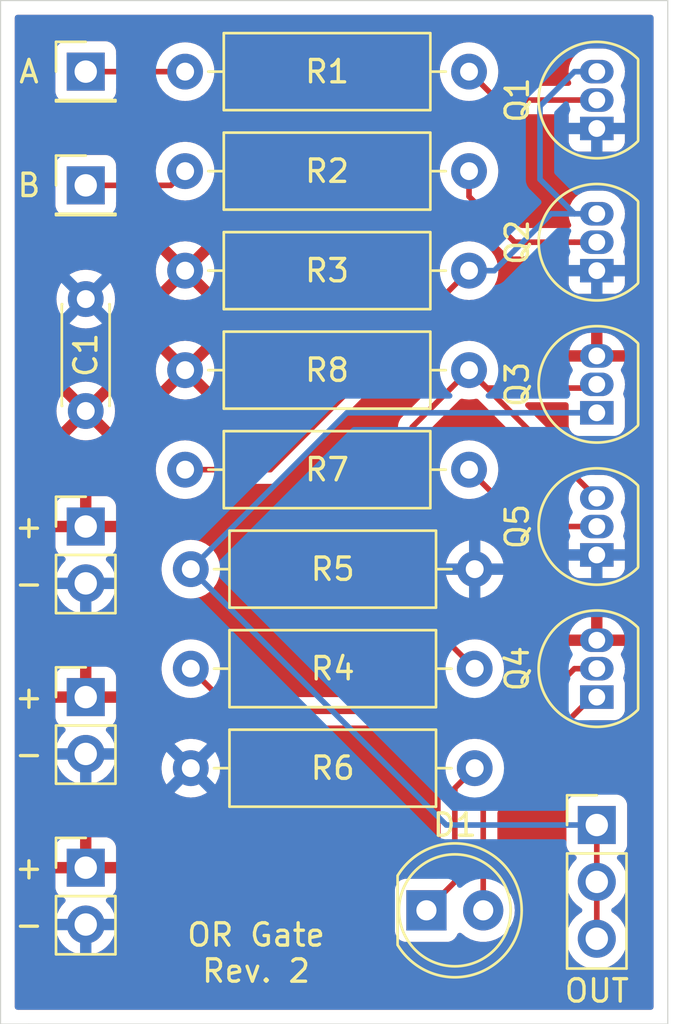
<source format=kicad_pcb>
(kicad_pcb (version 20221018) (generator pcbnew)
  (layers (0 "F.Cu" signal) (31 "B.Cu" signal) (34 "B.Paste" user) (35 "F.Paste" user) (36 "B.SilkS" user "B.Silkscreen") (37 "F.SilkS" user "F.Silkscreen") (38 "B.Mask" user) (39 "F.Mask" user) (44 "Edge.Cuts" user))
  (net 0 "")
  (net 1 "VCC")
  (net 2 "GND")
  (net 3 "Net-(D1-K)")
  (net 4 "Net-(D1-A)")
  (net 5 "Net-(J2-Pin_1)")
  (net 6 "Net-(J3-Pin_1)")
  (net 7 "Net-(J6-Pin_1)")
  (net 8 "Net-(Q1-B)")
  (net 9 "Net-(Q1-C)")
  (net 10 "Net-(Q2-B)")
  (net 11 "Net-(Q3-B)")
  (net 12 "Net-(Q4-B)")
  (net 13 "Net-(Q5-B)")
  (footprint "Capacitor_THT:C_Disc_D4.3mm_W1.9mm_P5.00mm" (layer "F.Cu") (at 59.69 76.12 90)
    (fp_text reference "C1" (at 2.5 0 90) (layer "F.SilkS"))
    (fp_text value "0.1uF")
    (fp_line (start 0.23 -1.07) (end 0.23 -1.055) (stroke (width 0.12)) (layer "F.SilkS"))
    (fp_line (start 0.23 -1.07) (end 4.77 -1.07) (stroke (width 0.12)) (layer "F.SilkS"))
    (fp_line (start 0.23 1.055) (end 0.23 1.07) (stroke (width 0.12)) (layer "F.SilkS"))
    (fp_line (start 0.23 1.07) (end 4.77 1.07) (stroke (width 0.12)) (layer "F.SilkS"))
    (fp_line (start 4.77 -1.07) (end 4.77 -1.055) (stroke (width 0.12)) (layer "F.SilkS"))
    (fp_line (start 4.77 1.055) (end 4.77 1.07) (stroke (width 0.12)) (layer "F.SilkS"))
    (pad "1" thru_hole circle (at 0 0 90) (size 1.6 1.6) (drill 0.8) (layers "*.Cu" "*.Mask") (net 1 "VCC"))
    (pad "2" thru_hole circle (at 5 0 90) (size 1.6 1.6) (drill 0.8) (layers "*.Cu" "*.Mask") (net 2 "GND"))
  )
  (footprint "LED_THT:LED_D5.0mm" (layer "F.Cu") (at 74.93 98.425)
    (fp_text reference "D1" (at 1.27 -3.81) (layer "F.SilkS"))
    (fp_text value "RED")
    (fp_line (start -1.29 -1.545) (end -1.29 1.545) (stroke (width 0.12)) (layer "F.SilkS"))
    (fp_arc (start -1.29 -1.54483) (mid 2.072002 -2.880433) (end 4.26 0.000462) (stroke (width 0.12)) (layer "F.SilkS"))
    (fp_arc (start 4.26 -0.000462) (mid 2.072002 2.880433) (end -1.29 1.54483) (stroke (width 0.12)) (layer "F.SilkS"))
    (fp_circle (center 1.27 0) (end 3.77 0) (stroke (width 0.12)) (fill none) (layer "F.SilkS"))
    (pad "1" thru_hole rect (at 0 0) (size 1.8 1.8) (drill 0.9) (layers "*.Cu" "*.Mask") (net 3 "Net-(D1-K)"))
    (pad "2" thru_hole circle (at 2.54 0) (size 1.8 1.8) (drill 0.9) (layers "*.Cu" "*.Mask") (net 4 "Net-(D1-A)"))
  )
  (footprint "Package_TO_SOT_THT:TO-92_Inline" (layer "F.Cu") (at 82.55 63.5 90)
    (fp_text reference "Q1" (at 1.27 -3.56 90) (layer "F.SilkS"))
    (fp_text value "2N2222")
    (fp_line (start -0.53 1.85) (end 3.07 1.85) (stroke (width 0.12)) (layer "F.SilkS"))
    (fp_arc (start -0.568478 1.838478) (mid -1.132087 -0.994977) (end 1.27 -2.6) (stroke (width 0.12)) (layer "F.SilkS"))
    (fp_arc (start 1.27 -2.6) (mid 3.672087 -0.994977) (end 3.108478 1.838478) (stroke (width 0.12)) (layer "F.SilkS"))
    (pad "1" thru_hole rect (at 0 0 90) (size 1.05 1.5) (drill 0.75) (layers "*.Cu" "*.Mask") (net 2 "GND"))
    (pad "2" thru_hole oval (at 1.27 0 90) (size 1.05 1.5) (drill 0.75) (layers "*.Cu" "*.Mask") (net 8 "Net-(Q1-B)"))
    (pad "3" thru_hole oval (at 2.54 0 90) (size 1.05 1.5) (drill 0.75) (layers "*.Cu" "*.Mask") (net 9 "Net-(Q1-C)"))
  )
  (footprint "Package_TO_SOT_THT:TO-92_Inline" (layer "F.Cu") (at 82.55 69.85 90)
    (fp_text reference "Q2" (at 1.27 -3.56 90) (layer "F.SilkS"))
    (fp_text value "2N2222")
    (fp_line (start -0.53 1.85) (end 3.07 1.85) (stroke (width 0.12)) (layer "F.SilkS"))
    (fp_arc (start -0.568478 1.838478) (mid -1.132087 -0.994977) (end 1.27 -2.6) (stroke (width 0.12)) (layer "F.SilkS"))
    (fp_arc (start 1.27 -2.6) (mid 3.672087 -0.994977) (end 3.108478 1.838478) (stroke (width 0.12)) (layer "F.SilkS"))
    (pad "1" thru_hole rect (at 0 0 90) (size 1.05 1.5) (drill 0.75) (layers "*.Cu" "*.Mask") (net 2 "GND"))
    (pad "2" thru_hole oval (at 1.27 0 90) (size 1.05 1.5) (drill 0.75) (layers "*.Cu" "*.Mask") (net 10 "Net-(Q2-B)"))
    (pad "3" thru_hole oval (at 2.54 0 90) (size 1.05 1.5) (drill 0.75) (layers "*.Cu" "*.Mask") (net 9 "Net-(Q1-C)"))
  )
  (footprint "Package_TO_SOT_THT:TO-92_Inline" (layer "F.Cu") (at 82.55 76.2 90)
    (fp_text reference "Q3" (at 1.27 -3.56 90) (layer "F.SilkS"))
    (fp_text value "2N2222")
    (fp_line (start -0.53 1.85) (end 3.07 1.85) (stroke (width 0.12)) (layer "F.SilkS"))
    (fp_arc (start -0.568478 1.838478) (mid -1.132087 -0.994977) (end 1.27 -2.6) (stroke (width 0.12)) (layer "F.SilkS"))
    (fp_arc (start 1.27 -2.6) (mid 3.672087 -0.994977) (end 3.108478 1.838478) (stroke (width 0.12)) (layer "F.SilkS"))
    (pad "1" thru_hole rect (at 0 0 90) (size 1.05 1.5) (drill 0.75) (layers "*.Cu" "*.Mask") (net 7 "Net-(J6-Pin_1)"))
    (pad "2" thru_hole oval (at 1.27 0 90) (size 1.05 1.5) (drill 0.75) (layers "*.Cu" "*.Mask") (net 11 "Net-(Q3-B)"))
    (pad "3" thru_hole oval (at 2.54 0 90) (size 1.05 1.5) (drill 0.75) (layers "*.Cu" "*.Mask") (net 1 "VCC"))
  )
  (footprint "Package_TO_SOT_THT:TO-92_Inline" (layer "F.Cu") (at 82.55 88.9 90)
    (fp_text reference "Q4" (at 1.27 -3.56 90) (layer "F.SilkS"))
    (fp_text value "2N2222")
    (fp_line (start -0.53 1.85) (end 3.07 1.85) (stroke (width 0.12)) (layer "F.SilkS"))
    (fp_arc (start -0.568478 1.838478) (mid -1.132087 -0.994977) (end 1.27 -2.6) (stroke (width 0.12)) (layer "F.SilkS"))
    (fp_arc (start 1.27 -2.6) (mid 3.672087 -0.994977) (end 3.108478 1.838478) (stroke (width 0.12)) (layer "F.SilkS"))
    (pad "1" thru_hole rect (at 0 0 90) (size 1.05 1.5) (drill 0.75) (layers "*.Cu" "*.Mask") (net 4 "Net-(D1-A)"))
    (pad "2" thru_hole oval (at 1.27 0 90) (size 1.05 1.5) (drill 0.75) (layers "*.Cu" "*.Mask") (net 12 "Net-(Q4-B)"))
    (pad "3" thru_hole oval (at 2.54 0 90) (size 1.05 1.5) (drill 0.75) (layers "*.Cu" "*.Mask") (net 1 "VCC"))
  )
  (footprint "Resistor_THT:R_Axial_DIN0309_L9.0mm_D3.2mm_P12.70mm_Horizontal" (layer "F.Cu") (at 76.835 60.96 180)
    (fp_text reference "R1" (at 6.35 0) (layer "F.SilkS"))
    (fp_text value "10K")
    (fp_line (start 1.04 0) (end 1.73 0) (stroke (width 0.12)) (layer "F.SilkS"))
    (fp_line (start 1.73 -1.72) (end 1.73 1.72) (stroke (width 0.12)) (layer "F.SilkS"))
    (fp_line (start 1.73 1.72) (end 10.97 1.72) (stroke (width 0.12)) (layer "F.SilkS"))
    (fp_line (start 10.97 -1.72) (end 1.73 -1.72) (stroke (width 0.12)) (layer "F.SilkS"))
    (fp_line (start 10.97 1.72) (end 10.97 -1.72) (stroke (width 0.12)) (layer "F.SilkS"))
    (fp_line (start 11.66 0) (end 10.97 0) (stroke (width 0.12)) (layer "F.SilkS"))
    (pad "1" thru_hole circle (at 0 0 180) (size 1.6 1.6) (drill 0.8) (layers "*.Cu" "*.Mask") (net 8 "Net-(Q1-B)"))
    (pad "2" thru_hole oval (at 12.7 0 180) (size 1.6 1.6) (drill 0.8) (layers "*.Cu" "*.Mask") (net 5 "Net-(J2-Pin_1)"))
  )
  (footprint "Resistor_THT:R_Axial_DIN0309_L9.0mm_D3.2mm_P12.70mm_Horizontal" (layer "F.Cu") (at 64.135 65.405)
    (fp_text reference "R2" (at 6.35 0) (layer "F.SilkS"))
    (fp_text value "10K")
    (fp_line (start 1.04 0) (end 1.73 0) (stroke (width 0.12)) (layer "F.SilkS"))
    (fp_line (start 1.73 -1.72) (end 1.73 1.72) (stroke (width 0.12)) (layer "F.SilkS"))
    (fp_line (start 1.73 1.72) (end 10.97 1.72) (stroke (width 0.12)) (layer "F.SilkS"))
    (fp_line (start 10.97 -1.72) (end 1.73 -1.72) (stroke (width 0.12)) (layer "F.SilkS"))
    (fp_line (start 10.97 1.72) (end 10.97 -1.72) (stroke (width 0.12)) (layer "F.SilkS"))
    (fp_line (start 11.66 0) (end 10.97 0) (stroke (width 0.12)) (layer "F.SilkS"))
    (pad "1" thru_hole circle (at 0 0) (size 1.6 1.6) (drill 0.8) (layers "*.Cu" "*.Mask") (net 6 "Net-(J3-Pin_1)"))
    (pad "2" thru_hole oval (at 12.7 0) (size 1.6 1.6) (drill 0.8) (layers "*.Cu" "*.Mask") (net 10 "Net-(Q2-B)"))
  )
  (footprint "Resistor_THT:R_Axial_DIN0309_L9.0mm_D3.2mm_P12.70mm_Horizontal" (layer "F.Cu") (at 64.135 69.85)
    (fp_text reference "R3" (at 6.35 0) (layer "F.SilkS"))
    (fp_text value "1K")
    (fp_line (start 1.04 0) (end 1.73 0) (stroke (width 0.12)) (layer "F.SilkS"))
    (fp_line (start 1.73 -1.72) (end 1.73 1.72) (stroke (width 0.12)) (layer "F.SilkS"))
    (fp_line (start 1.73 1.72) (end 10.97 1.72) (stroke (width 0.12)) (layer "F.SilkS"))
    (fp_line (start 10.97 -1.72) (end 1.73 -1.72) (stroke (width 0.12)) (layer "F.SilkS"))
    (fp_line (start 10.97 1.72) (end 10.97 -1.72) (stroke (width 0.12)) (layer "F.SilkS"))
    (fp_line (start 11.66 0) (end 10.97 0) (stroke (width 0.12)) (layer "F.SilkS"))
    (pad "1" thru_hole circle (at 0 0) (size 1.6 1.6) (drill 0.8) (layers "*.Cu" "*.Mask") (net 1 "VCC"))
    (pad "2" thru_hole oval (at 12.7 0) (size 1.6 1.6) (drill 0.8) (layers "*.Cu" "*.Mask") (net 9 "Net-(Q1-C)"))
  )
  (footprint "Resistor_THT:R_Axial_DIN0309_L9.0mm_D3.2mm_P12.70mm_Horizontal" (layer "F.Cu") (at 64.389 87.63)
    (fp_text reference "R4" (at 6.35 0) (layer "F.SilkS"))
    (fp_text value "10K")
    (fp_line (start 1.04 0) (end 1.73 0) (stroke (width 0.12)) (layer "F.SilkS"))
    (fp_line (start 1.73 -1.72) (end 1.73 1.72) (stroke (width 0.12)) (layer "F.SilkS"))
    (fp_line (start 1.73 1.72) (end 10.97 1.72) (stroke (width 0.12)) (layer "F.SilkS"))
    (fp_line (start 10.97 -1.72) (end 1.73 -1.72) (stroke (width 0.12)) (layer "F.SilkS"))
    (fp_line (start 10.97 1.72) (end 10.97 -1.72) (stroke (width 0.12)) (layer "F.SilkS"))
    (fp_line (start 11.66 0) (end 10.97 0) (stroke (width 0.12)) (layer "F.SilkS"))
    (pad "1" thru_hole circle (at 0 0) (size 1.6 1.6) (drill 0.8) (layers "*.Cu" "*.Mask") (net 12 "Net-(Q4-B)"))
    (pad "2" thru_hole oval (at 12.7 0) (size 1.6 1.6) (drill 0.8) (layers "*.Cu" "*.Mask") (net 11 "Net-(Q3-B)"))
  )
  (footprint "Resistor_THT:R_Axial_DIN0309_L9.0mm_D3.2mm_P12.70mm_Horizontal" (layer "F.Cu") (at 64.389 83.185)
    (fp_text reference "R5" (at 6.35 0) (layer "F.SilkS"))
    (fp_text value "1K")
    (fp_line (start 1.04 0) (end 1.73 0) (stroke (width 0.12)) (layer "F.SilkS"))
    (fp_line (start 1.73 -1.72) (end 1.73 1.72) (stroke (width 0.12)) (layer "F.SilkS"))
    (fp_line (start 1.73 1.72) (end 10.97 1.72) (stroke (width 0.12)) (layer "F.SilkS"))
    (fp_line (start 10.97 -1.72) (end 1.73 -1.72) (stroke (width 0.12)) (layer "F.SilkS"))
    (fp_line (start 10.97 1.72) (end 10.97 -1.72) (stroke (width 0.12)) (layer "F.SilkS"))
    (fp_line (start 11.66 0) (end 10.97 0) (stroke (width 0.12)) (layer "F.SilkS"))
    (pad "1" thru_hole circle (at 0 0) (size 1.6 1.6) (drill 0.8) (layers "*.Cu" "*.Mask") (net 7 "Net-(J6-Pin_1)"))
    (pad "2" thru_hole oval (at 12.7 0) (size 1.6 1.6) (drill 0.8) (layers "*.Cu" "*.Mask") (net 2 "GND"))
  )
  (footprint "Resistor_THT:R_Axial_DIN0309_L9.0mm_D3.2mm_P12.70mm_Horizontal" (layer "F.Cu") (at 64.389 92.075)
    (fp_text reference "R6" (at 6.35 0) (layer "F.SilkS"))
    (fp_text value "1K")
    (fp_line (start 1.04 0) (end 1.73 0) (stroke (width 0.12)) (layer "F.SilkS"))
    (fp_line (start 1.73 -1.72) (end 1.73 1.72) (stroke (width 0.12)) (layer "F.SilkS"))
    (fp_line (start 1.73 1.72) (end 10.97 1.72) (stroke (width 0.12)) (layer "F.SilkS"))
    (fp_line (start 10.97 -1.72) (end 1.73 -1.72) (stroke (width 0.12)) (layer "F.SilkS"))
    (fp_line (start 10.97 1.72) (end 10.97 -1.72) (stroke (width 0.12)) (layer "F.SilkS"))
    (fp_line (start 11.66 0) (end 10.97 0) (stroke (width 0.12)) (layer "F.SilkS"))
    (pad "1" thru_hole circle (at 0 0) (size 1.6 1.6) (drill 0.8) (layers "*.Cu" "*.Mask") (net 2 "GND"))
    (pad "2" thru_hole oval (at 12.7 0) (size 1.6 1.6) (drill 0.8) (layers "*.Cu" "*.Mask") (net 3 "Net-(D1-K)"))
  )
  (footprint "Connector_PinHeader_2.54mm:PinHeader_1x02_P2.54mm_Vertical" (layer "F.Cu") (at 59.69 81.28)
    (fp_text reference "J4" hide)
    (fp_text value "Power")
    (fp_line (start -1.33 -1.33) (end 0 -1.33) (stroke (width 0.12)) (layer "F.SilkS"))
    (fp_line (start -1.33 0) (end -1.33 -1.33) (stroke (width 0.12)) (layer "F.SilkS"))
    (fp_line (start -1.33 1.27) (end -1.33 3.87) (stroke (width 0.12)) (layer "F.SilkS"))
    (fp_line (start -1.33 1.27) (end 1.33 1.27) (stroke (width 0.12)) (layer "F.SilkS"))
    (fp_line (start -1.33 3.87) (end 1.33 3.87) (stroke (width 0.12)) (layer "F.SilkS"))
    (fp_line (start 1.33 1.27) (end 1.33 3.87) (stroke (width 0.12)) (layer "F.SilkS"))
    (pad "1" thru_hole rect (at 0 0) (size 1.7 1.7) (drill 1) (layers "*.Cu" "*.Mask") (net 1 "VCC"))
    (pad "2" thru_hole oval (at 0 2.54) (size 1.7 1.7) (drill 1) (layers "*.Cu" "*.Mask") (net 2 "GND"))
  )
  (footprint "Package_TO_SOT_THT:TO-92_Inline" (layer "F.Cu") (at 82.55 82.55 90)
    (fp_text reference "Q5" (at 1.27 -3.56 90) (layer "F.SilkS"))
    (fp_text value "2N2222")
    (fp_line (start -0.53 1.85) (end 3.07 1.85) (stroke (width 0.12)) (layer "F.SilkS"))
    (fp_arc (start -0.568478 1.838478) (mid -1.132087 -0.994977) (end 1.27 -2.6) (stroke (width 0.12)) (layer "F.SilkS"))
    (fp_arc (start 1.27 -2.6) (mid 3.672087 -0.994977) (end 3.108478 1.838478) (stroke (width 0.12)) (layer "F.SilkS"))
    (pad "1" thru_hole rect (at 0 0 90) (size 1.05 1.5) (drill 0.75) (layers "*.Cu" "*.Mask") (net 2 "GND"))
    (pad "2" thru_hole oval (at 1.27 0 90) (size 1.05 1.5) (drill 0.75) (layers "*.Cu" "*.Mask") (net 13 "Net-(Q5-B)"))
    (pad "3" thru_hole oval (at 2.54 0 90) (size 1.05 1.5) (drill 0.75) (layers "*.Cu" "*.Mask") (net 11 "Net-(Q3-B)"))
  )
  (footprint "Resistor_THT:R_Axial_DIN0309_L9.0mm_D3.2mm_P12.70mm_Horizontal" (layer "F.Cu") (at 76.835 78.74 180)
    (fp_text reference "R7" (at 6.35 0) (layer "F.SilkS"))
    (fp_text value "10K")
    (fp_line (start 1.04 0) (end 1.73 0) (stroke (width 0.12)) (layer "F.SilkS"))
    (fp_line (start 1.73 -1.72) (end 1.73 1.72) (stroke (width 0.12)) (layer "F.SilkS"))
    (fp_line (start 1.73 1.72) (end 10.97 1.72) (stroke (width 0.12)) (layer "F.SilkS"))
    (fp_line (start 10.97 -1.72) (end 1.73 -1.72) (stroke (width 0.12)) (layer "F.SilkS"))
    (fp_line (start 10.97 1.72) (end 10.97 -1.72) (stroke (width 0.12)) (layer "F.SilkS"))
    (fp_line (start 11.66 0) (end 10.97 0) (stroke (width 0.12)) (layer "F.SilkS"))
    (pad "1" thru_hole circle (at 0 0 180) (size 1.6 1.6) (drill 0.8) (layers "*.Cu" "*.Mask") (net 13 "Net-(Q5-B)"))
    (pad "2" thru_hole oval (at 12.7 0 180) (size 1.6 1.6) (drill 0.8) (layers "*.Cu" "*.Mask") (net 9 "Net-(Q1-C)"))
  )
  (footprint "Resistor_THT:R_Axial_DIN0309_L9.0mm_D3.2mm_P12.70mm_Horizontal" (layer "F.Cu") (at 64.135 74.295)
    (fp_text reference "R8" (at 6.35 0) (layer "F.SilkS"))
    (fp_text value "1K")
    (fp_line (start 1.04 0) (end 1.73 0) (stroke (width 0.12)) (layer "F.SilkS"))
    (fp_line (start 1.73 -1.72) (end 1.73 1.72) (stroke (width 0.12)) (layer "F.SilkS"))
    (fp_line (start 1.73 1.72) (end 10.97 1.72) (stroke (width 0.12)) (layer "F.SilkS"))
    (fp_line (start 10.97 -1.72) (end 1.73 -1.72) (stroke (width 0.12)) (layer "F.SilkS"))
    (fp_line (start 10.97 1.72) (end 10.97 -1.72) (stroke (width 0.12)) (layer "F.SilkS"))
    (fp_line (start 11.66 0) (end 10.97 0) (stroke (width 0.12)) (layer "F.SilkS"))
    (pad "1" thru_hole circle (at 0 0) (size 1.6 1.6) (drill 0.8) (layers "*.Cu" "*.Mask") (net 1 "VCC"))
    (pad "2" thru_hole oval (at 12.7 0) (size 1.6 1.6) (drill 0.8) (layers "*.Cu" "*.Mask") (net 11 "Net-(Q3-B)"))
  )
  (footprint "Connector_PinHeader_2.54mm:PinHeader_1x02_P2.54mm_Vertical" (layer "F.Cu") (at 59.69 96.52)
    (fp_text reference "J1" hide)
    (fp_text value "Power")
    (fp_line (start -1.33 -1.33) (end 0 -1.33) (stroke (width 0.12)) (layer "F.SilkS"))
    (fp_line (start -1.33 0) (end -1.33 -1.33) (stroke (width 0.12)) (layer "F.SilkS"))
    (fp_line (start -1.33 1.27) (end -1.33 3.87) (stroke (width 0.12)) (layer "F.SilkS"))
    (fp_line (start -1.33 1.27) (end 1.33 1.27) (stroke (width 0.12)) (layer "F.SilkS"))
    (fp_line (start -1.33 3.87) (end 1.33 3.87) (stroke (width 0.12)) (layer "F.SilkS"))
    (fp_line (start 1.33 1.27) (end 1.33 3.87) (stroke (width 0.12)) (layer "F.SilkS"))
    (pad "1" thru_hole rect (at 0 0) (size 1.7 1.7) (drill 1) (layers "*.Cu" "*.Mask") (net 1 "VCC"))
    (pad "2" thru_hole oval (at 0 2.54) (size 1.7 1.7) (drill 1) (layers "*.Cu" "*.Mask") (net 2 "GND"))
  )
  (footprint "Connector_PinHeader_2.54mm:PinHeader_1x02_P2.54mm_Vertical" (layer "F.Cu") (at 59.69 88.9)
    (fp_text reference "J5" hide)
    (fp_text value "Power")
    (fp_line (start -1.33 -1.33) (end 0 -1.33) (stroke (width 0.12)) (layer "F.SilkS"))
    (fp_line (start -1.33 0) (end -1.33 -1.33) (stroke (width 0.12)) (layer "F.SilkS"))
    (fp_line (start -1.33 1.27) (end -1.33 3.87) (stroke (width 0.12)) (layer "F.SilkS"))
    (fp_line (start -1.33 1.27) (end 1.33 1.27) (stroke (width 0.12)) (layer "F.SilkS"))
    (fp_line (start -1.33 3.87) (end 1.33 3.87) (stroke (width 0.12)) (layer "F.SilkS"))
    (fp_line (start 1.33 1.27) (end 1.33 3.87) (stroke (width 0.12)) (layer "F.SilkS"))
    (pad "1" thru_hole rect (at 0 0) (size 1.7 1.7) (drill 1) (layers "*.Cu" "*.Mask") (net 1 "VCC"))
    (pad "2" thru_hole oval (at 0 2.54) (size 1.7 1.7) (drill 1) (layers "*.Cu" "*.Mask") (net 2 "GND"))
  )
  (footprint "Connector_PinHeader_2.54mm:PinHeader_1x03_P2.54mm_Vertical" (layer "F.Cu") (at 82.55 94.615)
    (fp_text reference "J6" hide)
    (fp_text value "OUT" (at 0 7.41) (layer "F.SilkS"))
    (fp_line (start -1.33 -1.33) (end 0 -1.33) (stroke (width 0.12)) (layer "F.SilkS"))
    (fp_line (start -1.33 0) (end -1.33 -1.33) (stroke (width 0.12)) (layer "F.SilkS"))
    (fp_line (start -1.33 1.27) (end -1.33 6.41) (stroke (width 0.12)) (layer "F.SilkS"))
    (fp_line (start -1.33 1.27) (end 1.33 1.27) (stroke (width 0.12)) (layer "F.SilkS"))
    (fp_line (start -1.33 6.41) (end 1.33 6.41) (stroke (width 0.12)) (layer "F.SilkS"))
    (fp_line (start 1.33 1.27) (end 1.33 6.41) (stroke (width 0.12)) (layer "F.SilkS"))
    (pad "1" thru_hole rect (at 0 0) (size 1.7 1.7) (drill 1) (layers "*.Cu" "*.Mask") (net 7 "Net-(J6-Pin_1)"))
    (pad "2" thru_hole oval (at 0 2.54) (size 1.7 1.7) (drill 1) (layers "*.Cu" "*.Mask") (net 7 "Net-(J6-Pin_1)"))
    (pad "3" thru_hole oval (at 0 5.08) (size 1.7 1.7) (drill 1) (layers "*.Cu" "*.Mask") (net 7 "Net-(J6-Pin_1)"))
  )
  (footprint "Connector_PinHeader_2.54mm:PinHeader_1x01_P2.54mm_Vertical" (layer "F.Cu") (at 59.69 60.96)
    (fp_text reference "J2" hide)
    (fp_text value "A" (at -2.54 0) (layer "F.SilkS"))
    (fp_line (start -1.33 -1.33) (end 0 -1.33) (stroke (width 0.12)) (layer "F.SilkS"))
    (fp_line (start -1.33 0) (end -1.33 -1.33) (stroke (width 0.12)) (layer "F.SilkS"))
    (fp_line (start -1.33 1.27) (end -1.33 1.33) (stroke (width 0.12)) (layer "F.SilkS"))
    (fp_line (start -1.33 1.27) (end 1.33 1.27) (stroke (width 0.12)) (layer "F.SilkS"))
    (fp_line (start -1.33 1.33) (end 1.33 1.33) (stroke (width 0.12)) (layer "F.SilkS"))
    (fp_line (start 1.33 1.27) (end 1.33 1.33) (stroke (width 0.12)) (layer "F.SilkS"))
    (pad "1" thru_hole rect (at 0 0) (size 1.7 1.7) (drill 1) (layers "*.Cu" "*.Mask") (net 5 "Net-(J2-Pin_1)"))
  )
  (footprint "Connector_PinHeader_2.54mm:PinHeader_1x01_P2.54mm_Vertical" (layer "F.Cu") (at 59.69 66.04)
    (fp_text reference "J3" hide)
    (fp_text value "B" (at -2.54 0) (layer "F.SilkS"))
    (fp_line (start -1.33 -1.33) (end 0 -1.33) (stroke (width 0.12)) (layer "F.SilkS"))
    (fp_line (start -1.33 0) (end -1.33 -1.33) (stroke (width 0.12)) (layer "F.SilkS"))
    (fp_line (start -1.33 1.27) (end -1.33 1.33) (stroke (width 0.12)) (layer "F.SilkS"))
    (fp_line (start -1.33 1.27) (end 1.33 1.27) (stroke (width 0.12)) (layer "F.SilkS"))
    (fp_line (start -1.33 1.33) (end 1.33 1.33) (stroke (width 0.12)) (layer "F.SilkS"))
    (fp_line (start 1.33 1.27) (end 1.33 1.33) (stroke (width 0.12)) (layer "F.SilkS"))
    (pad "1" thru_hole rect (at 0 0) (size 1.7 1.7) (drill 1) (layers "*.Cu" "*.Mask") (net 6 "Net-(J3-Pin_1)"))
  )
  (gr_line (start 55.88 103.505) (end 57.15 103.505) (stroke (width 0.05)) (layer "Edge.Cuts"))
  (gr_line (start 55.88 61.595) (end 55.88 103.505) (stroke (width 0.05)) (layer "Edge.Cuts"))
  (gr_line (start 55.88 61.595) (end 55.88 57.785) (stroke (width 0.05)) (layer "Edge.Cuts"))
  (gr_line (start 85.725 57.785) (end 85.725 103.505) (stroke (width 0.05)) (layer "Edge.Cuts"))
  (gr_line (start 55.88 57.785) (end 85.725 57.785) (stroke (width 0.05)) (layer "Edge.Cuts"))
  (gr_line (start 85.725 103.505) (end 57.15 103.505) (stroke (width 0.05)) (layer "Edge.Cuts"))
  (gr_text "+" (at 57.15 88.9) (layer "F.SilkS") (effects (font (size 1 1))))
  (gr_text "+" (at 57.15 96.52) (layer "F.SilkS") (effects (font (size 1 1))))
  (gr_text "-" (at 57.15 91.44) (layer "F.SilkS") (effects (font (size 1 1))))
  (gr_text "-" (at 57.15 83.82) (layer "F.SilkS") (effects (font (size 1 1))))
  (gr_text "+" (at 57.15 81.28) (layer "F.SilkS") (effects (font (size 1 1))))
  (gr_text "-" (at 57.15 99.06) (layer "F.SilkS") (effects (font (size 1 1))))
  (gr_text "OR Gate\nRev. 2" (at 67.31 100.33) (layer "F.SilkS") (effects (font (size 1 1))))
  (segment (start 76.2 92.964) (end 77.089 92.075) (width 0.25) (layer "F.Cu") (net 3))
  (segment (start 74.93 98.425) (end 76.2 97.155) (width 0.25) (layer "F.Cu") (net 3))
  (segment (start 76.2 97.155) (end 76.2 92.964) (width 0.25) (layer "F.Cu") (net 3))
  (segment (start 82.325 88.9) (end 82.55 88.9) (width 0.25) (layer "F.Cu") (net 4))
  (segment (start 77.47 93.755) (end 82.325 88.9) (width 0.25) (layer "F.Cu") (net 4))
  (segment (start 77.47 98.425) (end 77.47 93.755) (width 0.25) (layer "F.Cu") (net 4))
  (segment (start 59.69 60.96) (end 64.135 60.96) (width 0.25) (layer "F.Cu") (net 5))
  (segment (start 63.5 66.04) (end 64.135 65.405) (width 0.25) (layer "F.Cu") (net 6))
  (segment (start 59.69 66.04) (end 63.5 66.04) (width 0.25) (layer "F.Cu") (net 6))
  (segment (start 82.55 99.695) (end 82.55 97.155) (width 0.25) (layer "F.Cu") (net 7))
  (segment (start 82.55 94.615) (end 82.55 97.155) (width 0.25) (layer "F.Cu") (net 7))
  (segment (start 71.374 76.2) (end 82.55 76.2) (width 0.25) (layer "B.Cu") (net 7))
  (segment (start 64.389 83.185) (end 75.819 94.615) (width 0.25) (layer "B.Cu") (net 7))
  (segment (start 64.389 83.185) (end 71.374 76.2) (width 0.25) (layer "B.Cu") (net 7))
  (segment (start 75.819 94.615) (end 82.55 94.615) (width 0.25) (layer "B.Cu") (net 7))
  (segment (start 76.835 60.96) (end 78.105 62.23) (width 0.25) (layer "F.Cu") (net 8))
  (segment (start 78.105 62.23) (end 82.55 62.23) (width 0.25) (layer "F.Cu") (net 8))
  (segment (start 67.945 78.74) (end 76.835 69.85) (width 0.25) (layer "F.Cu") (net 9))
  (segment (start 64.135 78.74) (end 67.945 78.74) (width 0.25) (layer "F.Cu") (net 9))
  (segment (start 80.50637 67.31) (end 81.55 67.31) (width 0.25) (layer "B.Cu") (net 9))
  (segment (start 80.01 65.77) (end 80.01 62.5) (width 0.25) (layer "B.Cu") (net 9))
  (segment (start 77.96637 69.85) (end 80.50637 67.31) (width 0.25) (layer "B.Cu") (net 9))
  (segment (start 80.01 62.5) (end 81.55 60.96) (width 0.25) (layer "B.Cu") (net 9))
  (segment (start 76.835 69.85) (end 77.96637 69.85) (width 0.25) (layer "B.Cu") (net 9))
  (segment (start 82.55 67.31) (end 81.55 67.31) (width 0.25) (layer "B.Cu") (net 9))
  (segment (start 81.55 60.96) (end 82.55 60.96) (width 0.25) (layer "B.Cu") (net 9))
  (segment (start 81.55 67.31) (end 80.01 65.77) (width 0.25) (layer "B.Cu") (net 9))
  (segment (start 81.55 68.58) (end 82.55 68.58) (width 0.25) (layer "F.Cu") (net 10))
  (segment (start 76.835 65.405) (end 76.835 66.53637) (width 0.25) (layer "F.Cu") (net 10))
  (segment (start 78.87863 68.58) (end 81.55 68.58) (width 0.25) (layer "F.Cu") (net 10))
  (segment (start 76.835 66.53637) (end 78.87863 68.58) (width 0.25) (layer "F.Cu") (net 10))
  (segment (start 82.385001 75.094999) (end 82.55 74.93) (width 0.25) (layer "F.Cu") (net 11))
  (segment (start 77.634999 75.094999) (end 82.385001 75.094999) (width 0.25) (layer "F.Cu") (net 11))
  (segment (start 74.295 76.835) (end 76.035001 75.094999) (width 0.25) (layer "F.Cu") (net 11))
  (segment (start 77.089 87.63) (end 74.295 84.836) (width 0.25) (layer "F.Cu") (net 11))
  (segment (start 82.55 80.01) (end 76.835 74.295) (width 0.25) (layer "F.Cu") (net 11))
  (segment (start 76.035001 75.094999) (end 76.835 74.295) (width 0.25) (layer "F.Cu") (net 11))
  (segment (start 74.295 84.836) (end 74.295 76.835) (width 0.25) (layer "F.Cu") (net 11))
  (segment (start 76.835 74.295) (end 77.634999 75.094999) (width 0.25) (layer "F.Cu") (net 11))
  (segment (start 81.55 87.63) (end 82.55 87.63) (width 0.25) (layer "F.Cu") (net 12))
  (segment (start 64.389 87.63) (end 66.294 89.535) (width 0.25) (layer "F.Cu") (net 12))
  (segment (start 79.645 89.535) (end 81.55 87.63) (width 0.25) (layer "F.Cu") (net 12))
  (segment (start 66.294 89.535) (end 79.645 89.535) (width 0.25) (layer "F.Cu") (net 12))
  (segment (start 76.835 78.74) (end 79.375 81.28) (width 0.25) (layer "F.Cu") (net 13))
  (segment (start 79.375 81.28) (end 82.55 81.28) (width 0.25) (layer "F.Cu") (net 13))
  (zone (net 1) (net_name "VCC") (layer "F.Cu") (connect_pads (clearance 0.508)) (min_thickness 0.254) (fill yes (thermal_gap 0.508) (thermal_bridge_width 0.508))
    (polygon (pts (xy 85.09 102.87) (xy 56.515 102.87) (xy 56.515 58.42) (xy 85.09 58.42)))
  )
  (zone (net 2) (net_name "GND") (layer "B.Cu") (connect_pads (clearance 0.508)) (min_thickness 0.254) (fill yes (thermal_gap 0.508) (thermal_bridge_width 0.508))
    (polygon (pts (xy 85.09 102.87) (xy 56.515 102.87) (xy 56.515 58.42) (xy 85.09 58.42)))
  )
)
</source>
